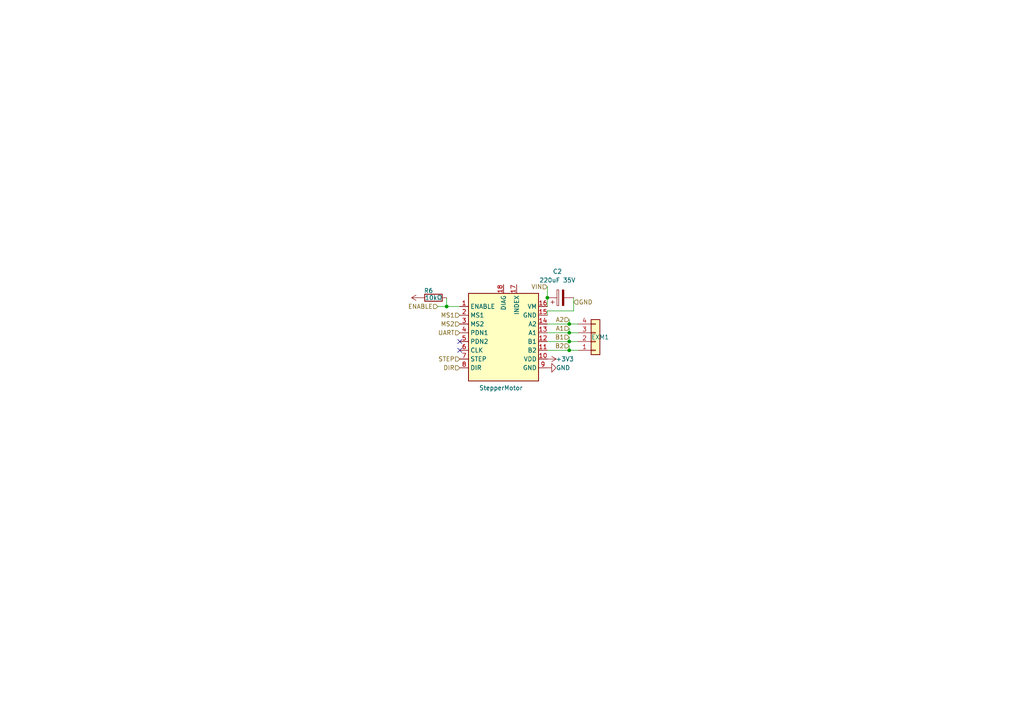
<source format=kicad_sch>
(kicad_sch (version 20250114) (generator "eeschema") (generator_version "9.0")
  (paper "A4")
  (lib_symbols
    (symbol "Connector_Generic:Conn_01x04" (pin_names (offset 1.016) (hide yes))
      (property "Reference" "J" (at 0 5.08 0))
      (property "Value" "Conn_01x04" (at 0 -7.62 0))
      (symbol "Conn_01x04_1_1"
        (rectangle (start -1.27 3.81) (end 1.27 -6.35) (stroke (width 0.254)) (fill (type background)))
        (rectangle (start -1.27 2.667) (end 0 2.413) (stroke (width 0.1524)))
        (rectangle (start -1.27 0.127) (end 0 -0.127) (stroke (width 0.1524)))
        (rectangle (start -1.27 -2.413) (end 0 -2.667) (stroke (width 0.1524)))
        (rectangle (start -1.27 -4.953) (end 0 -5.207) (stroke (width 0.1524)))
        (pin passive line (at -5.08 2.54 0) (length 3.81) (name "Pin_1") (number "1"))
        (pin passive line (at -5.08 0 0) (length 3.81) (name "Pin_2") (number "2"))
        (pin passive line (at -5.08 -2.54 0) (length 3.81) (name "Pin_3") (number "3"))
        (pin passive line (at -5.08 -5.08 0) (length 3.81) (name "Pin_4") (number "4"))
      )
    )
    (symbol "CustomSymbols:TMC2209 StepStick Breakout"
      (property "Reference" "M" (at 1.27 -3.81 0))
      (property "Value" "TMC2209 Breakout" (at 11.43 -7.62 0))
      (symbol "TMC2209 StepStick Breakout_0_1"
        (rectangle (start -7.62 16.51) (end 12.7 -8.89) (stroke (width 0.254)) (fill (type background)))
      )
      (symbol "TMC2209 StepStick Breakout_1_1"
        (pin input line (at -10.16 12.7 0) (length 2.54) (name "ENABLE") (number "1"))
        (pin input line (at -10.16 10.16 0) (length 2.54) (name "MS1") (number "2"))
        (pin input line (at -10.16 7.62 0) (length 2.54) (name "MS2") (number "3"))
        (pin output line (at -10.16 5.08 0) (length 2.54) (name "PDN1") (number "4"))
        (pin output line (at -10.16 2.54 0) (length 2.54) (name "PDN2") (number "5"))
        (pin input line (at -10.16 0 0) (length 2.54) (name "CLK") (number "6"))
        (pin input line (at -10.16 -2.54 0) (length 2.54) (name "STEP") (number "7"))
        (pin input line (at -10.16 -5.08 0) (length 2.54) (name "DIR") (number "8"))
        (pin output line (at 2.54 19.05 270) (length 2.54) (name "DIAG") (number "18"))
        (pin input line (at 6.35 19.05 270) (length 2.54) (name "INDEX") (number "17"))
        (pin input line (at 15.24 12.7 180) (length 2.54) (name "VM") (number "16"))
        (pin input line (at 15.24 10.16 180) (length 2.54) (name "GND") (number "15"))
        (pin output line (at 15.24 7.62 180) (length 2.54) (name "A2") (number "14"))
        (pin output line (at 15.24 5.08 180) (length 2.54) (name "A1") (number "13"))
        (pin output line (at 15.24 2.54 180) (length 2.54) (name "B1") (number "12"))
        (pin output line (at 15.24 0 180) (length 2.54) (name "B2") (number "11"))
        (pin input line (at 15.24 -2.54 180) (length 2.54) (name "VDD") (number "10"))
        (pin input line (at 15.24 -5.08 180) (length 2.54) (name "GND") (number "9"))
      )
    )
    (symbol "Device:C_Polarized" (pin_numbers (hide yes)) (pin_names (offset 0.254))
      (property "Reference" "C" (at 0.635 2.54 0))
      (property "Value" "C_Polarized" (at 0.635 -2.54 0))
      (symbol "C_Polarized_0_1"
        (rectangle (start -2.286 0.508) (end 2.286 1.016))
        (polyline (pts (xy -1.778 2.286) (xy -0.762 2.286)))
        (polyline (pts (xy -1.27 2.794) (xy -1.27 1.778)))
        (rectangle (start 2.286 -0.508) (end -2.286 -1.016) (fill (type outline)))
      )
      (symbol "C_Polarized_1_1"
        (pin passive line (at 0 3.81 270) (length 2.794) (name "~") (number "1"))
        (pin passive line (at 0 -3.81 90) (length 2.794) (name "~") (number "2"))
      )
    )
    (symbol "Device:R" (pin_numbers (hide yes)) (pin_names (offset 0))
      (property "Reference" "R" (at 2.032 0 90))
      (property "Value" "R" (at 0 0 90))
      (symbol "R_0_1"
        (rectangle (start -1.016 -2.54) (end 1.016 2.54) (stroke (width 0.254)))
      )
      (symbol "R_1_1"
        (pin passive line (at 0 3.81 270) (length 1.27) (name "~") (number "1"))
        (pin passive line (at 0 -3.81 90) (length 1.27) (name "~") (number "2"))
      )
    )
    (symbol "power:+3V3" (power) (pin_names (offset 0))
      (property "Value" "+3V3" (at 0 3.556 0))
      (symbol "+3V3_0_1"
        (polyline (pts (xy -0.762 1.27) (xy 0 2.54)))
        (polyline (pts (xy 0 2.54) (xy 0.762 1.27)))
        (polyline (pts (xy 0 0) (xy 0 2.54)))
      )
      (symbol "+3V3_1_1"
        (pin power_in line (at 0 0 90) (length 0) (hide yes) (name "+3V3") (number "1"))
      )
    )
    (symbol "power:GND" (power) (pin_names (offset 0))
      (property "Value" "GND" (at 0 -3.81 0))
      (symbol "GND_0_1"
        (polyline (pts (xy 0 0) (xy 0 -1.27) (xy 1.27 -1.27) (xy 0 -2.54) (xy -1.27 -1.27) (xy 0 -1.27)))
      )
      (symbol "GND_1_1"
        (pin power_in line (at 0 0 270) (length 0) (hide yes) (name "GND") (number "1"))
      )
    )
  )
  (junction (at 129.54 88.9))
  (junction (at 165.1 99.06))
  (junction (at 165.1 96.52))
  (junction (at 165.1 101.6))
  (junction (at 165.1 93.98))
  (junction (at 158.75 86.36))
  (no_connect (at 133.35 101.6))
  (no_connect (at 133.35 99.06))
  (wire (pts (xy 165.1 100.33) (xy 165.1 101.6)))
  (wire (pts (xy 165.1 92.71) (xy 165.1 93.98)))
  (wire (pts (xy 127 88.9) (xy 129.54 88.9)))
  (wire (pts (xy 158.75 99.06) (xy 165.1 99.06)))
  (wire (pts (xy 129.54 86.36) (xy 129.54 88.9)))
  (wire (pts (xy 158.75 90.17) (xy 158.75 91.44)))
  (wire (pts (xy 158.75 96.52) (xy 165.1 96.52)))
  (wire (pts (xy 165.1 99.06) (xy 167.64 99.06)))
  (wire (pts (xy 165.1 95.25) (xy 165.1 96.52)))
  (wire (pts (xy 165.1 93.98) (xy 167.64 93.98)))
  (wire (pts (xy 165.1 97.79) (xy 165.1 99.06)))
  (wire (pts (xy 165.1 101.6) (xy 167.64 101.6)))
  (wire (pts (xy 165.1 96.52) (xy 167.64 96.52)))
  (wire (pts (xy 158.75 86.36) (xy 158.75 88.9)))
  (wire (pts (xy 158.75 101.6) (xy 165.1 101.6)))
  (wire (pts (xy 166.37 86.36) (xy 166.37 90.17)))
  (wire (pts (xy 158.75 83.185) (xy 158.75 86.36)))
  (wire (pts (xy 166.37 90.17) (xy 158.75 90.17)))
  (wire (pts (xy 129.54 88.9) (xy 133.35 88.9)))
  (wire (pts (xy 158.75 93.98) (xy 165.1 93.98)))
  (hierarchical_label "UART" (shape input) (at 133.35 96.52 180))
  (hierarchical_label "A2" (shape input) (at 165.1 92.71 180))
  (hierarchical_label "MS2" (shape input) (at 133.35 93.98 180))
  (hierarchical_label "DIR" (shape input) (at 133.35 106.68 180))
  (hierarchical_label "GND" (shape input) (at 166.37 87.63 0))
  (hierarchical_label "ENABLE" (shape input) (at 127 88.9 180))
  (hierarchical_label "MS1" (shape input) (at 133.35 91.44 180))
  (hierarchical_label "B1" (shape input) (at 165.1 97.79 180))
  (hierarchical_label "VIN" (shape input) (at 158.75 83.185 180))
  (hierarchical_label "STEP" (shape input) (at 133.35 104.14 180))
  (hierarchical_label "B2" (shape input) (at 165.1 100.33 180))
  (hierarchical_label "A1" (shape input) (at 165.1 95.25 180))
  (symbol (lib_id "Connector_Generic:Conn_01x04") (at 172.72 99.06 0) (mirror x) (unit 1)
    (property "Reference" "EXM1" (at 171.45 97.79 0) (effects (justify left)))
    (property "Value" "Conn_01x04" (effects (hide yes)))
    (property "Footprint" "Connector_JST:JST_XH_B4B-XH-A_1x04_P2.50mm_Vertical" (effects (hide yes)))
  )
  (symbol (lib_id "Device:R") (at 125.73 86.36 270) (unit 1)
    (property "Reference" "R6" (at 122.936 84.328 90) (effects (justify left)))
    (property "Value" "10kΩ" (at 123.19 86.36 90) (effects (justify left)))
    (property "Footprint" "Resistor_THT:R_Axial_DIN0207_L6.3mm_D2.5mm_P10.16mm_Horizontal" (effects (hide yes)))
  )
  (symbol (lib_id "CustomSymbols:TMC2209 StepStick Breakout") (at 143.51 101.6 0) (unit 1)
    (property "Reference" "M1" (effects (hide yes)))
    (property "Value" "StepperMotor" (at 145.288 112.522 0))
    (property "Footprint" "OpenA1K:TMC2209 Footprint" (effects (hide yes)))
  )
  (symbol (lib_id "power:GND") (at 158.75 106.68 90) (unit 1)
    (property "Reference" "#PWR025" (effects (hide yes)))
    (property "Value" "GND" (at 163.322 106.68 90))
  )
  (symbol (lib_id "power:+3V3") (at 158.75 104.14 270) (unit 1)
    (property "Reference" "#PWR024" (effects (hide yes)))
    (property "Value" "+3V3" (at 163.83 104.14 90))
  )
  (symbol (lib_id "Device:C_Polarized") (at 162.56 86.36 90) (unit 1)
    (property "Reference" "C2" (at 161.671 78.74 90))
    (property "Value" "220uF 35V" (at 161.671 81.28 90))
    (property "Footprint" "Capacitor_THT:CP_Radial_D10.0mm_P5.00mm_P7.50mm" (effects (hide yes)))
    (property "Description" "Polarized capacitor" (effects (hide yes)))
  )
  (symbol (lib_id "power:+3V3") (at 121.92 86.36 90) (unit 1)
    (property "Reference" "#PWR023" (effects (hide yes)))
    (property "Value" "+3V3" (effects (hide yes)))
  )
)
</source>
